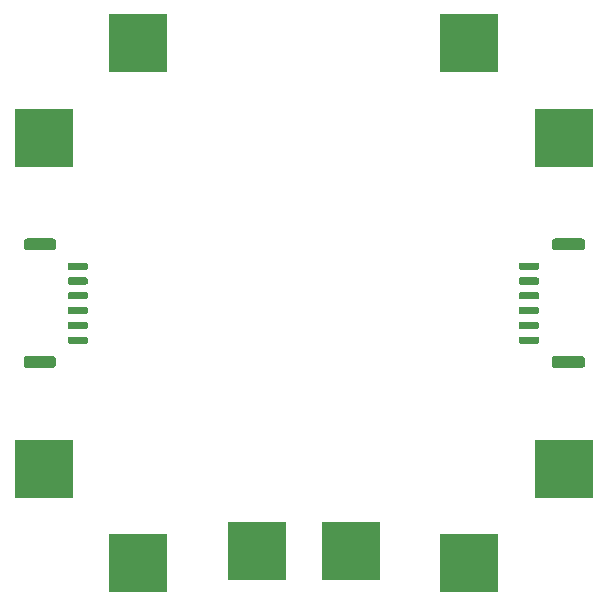
<source format=gbr>
G04 #@! TF.GenerationSoftware,KiCad,Pcbnew,(5.1.4-0-10_14)*
G04 #@! TF.CreationDate,2021-01-04T23:19:36-07:00*
G04 #@! TF.ProjectId,Power,506f7765-722e-46b6-9963-61645f706362,rev?*
G04 #@! TF.SameCoordinates,Original*
G04 #@! TF.FileFunction,Paste,Top*
G04 #@! TF.FilePolarity,Positive*
%FSLAX46Y46*%
G04 Gerber Fmt 4.6, Leading zero omitted, Abs format (unit mm)*
G04 Created by KiCad (PCBNEW (5.1.4-0-10_14)) date 2021-01-04 23:19:36*
%MOMM*%
%LPD*%
G04 APERTURE LIST*
%ADD10R,5.000000X5.000000*%
%ADD11C,0.100000*%
%ADD12C,1.000000*%
%ADD13C,0.600000*%
G04 APERTURE END LIST*
D10*
X153000000Y-61000000D03*
X161000000Y-53000000D03*
X161000000Y-97000000D03*
X153000000Y-89000000D03*
X197000000Y-89000000D03*
X189000000Y-97000000D03*
X189000000Y-53000000D03*
X197000000Y-61000000D03*
D11*
G36*
X153774504Y-79476204D02*
G01*
X153798773Y-79479804D01*
X153822571Y-79485765D01*
X153845671Y-79494030D01*
X153867849Y-79504520D01*
X153888893Y-79517133D01*
X153908598Y-79531747D01*
X153926777Y-79548223D01*
X153943253Y-79566402D01*
X153957867Y-79586107D01*
X153970480Y-79607151D01*
X153980970Y-79629329D01*
X153989235Y-79652429D01*
X153995196Y-79676227D01*
X153998796Y-79700496D01*
X154000000Y-79725000D01*
X154000000Y-80225000D01*
X153998796Y-80249504D01*
X153995196Y-80273773D01*
X153989235Y-80297571D01*
X153980970Y-80320671D01*
X153970480Y-80342849D01*
X153957867Y-80363893D01*
X153943253Y-80383598D01*
X153926777Y-80401777D01*
X153908598Y-80418253D01*
X153888893Y-80432867D01*
X153867849Y-80445480D01*
X153845671Y-80455970D01*
X153822571Y-80464235D01*
X153798773Y-80470196D01*
X153774504Y-80473796D01*
X153750000Y-80475000D01*
X151550000Y-80475000D01*
X151525496Y-80473796D01*
X151501227Y-80470196D01*
X151477429Y-80464235D01*
X151454329Y-80455970D01*
X151432151Y-80445480D01*
X151411107Y-80432867D01*
X151391402Y-80418253D01*
X151373223Y-80401777D01*
X151356747Y-80383598D01*
X151342133Y-80363893D01*
X151329520Y-80342849D01*
X151319030Y-80320671D01*
X151310765Y-80297571D01*
X151304804Y-80273773D01*
X151301204Y-80249504D01*
X151300000Y-80225000D01*
X151300000Y-79725000D01*
X151301204Y-79700496D01*
X151304804Y-79676227D01*
X151310765Y-79652429D01*
X151319030Y-79629329D01*
X151329520Y-79607151D01*
X151342133Y-79586107D01*
X151356747Y-79566402D01*
X151373223Y-79548223D01*
X151391402Y-79531747D01*
X151411107Y-79517133D01*
X151432151Y-79504520D01*
X151454329Y-79494030D01*
X151477429Y-79485765D01*
X151501227Y-79479804D01*
X151525496Y-79476204D01*
X151550000Y-79475000D01*
X153750000Y-79475000D01*
X153774504Y-79476204D01*
X153774504Y-79476204D01*
G37*
D12*
X152650000Y-79975000D03*
D11*
G36*
X153774504Y-69526204D02*
G01*
X153798773Y-69529804D01*
X153822571Y-69535765D01*
X153845671Y-69544030D01*
X153867849Y-69554520D01*
X153888893Y-69567133D01*
X153908598Y-69581747D01*
X153926777Y-69598223D01*
X153943253Y-69616402D01*
X153957867Y-69636107D01*
X153970480Y-69657151D01*
X153980970Y-69679329D01*
X153989235Y-69702429D01*
X153995196Y-69726227D01*
X153998796Y-69750496D01*
X154000000Y-69775000D01*
X154000000Y-70275000D01*
X153998796Y-70299504D01*
X153995196Y-70323773D01*
X153989235Y-70347571D01*
X153980970Y-70370671D01*
X153970480Y-70392849D01*
X153957867Y-70413893D01*
X153943253Y-70433598D01*
X153926777Y-70451777D01*
X153908598Y-70468253D01*
X153888893Y-70482867D01*
X153867849Y-70495480D01*
X153845671Y-70505970D01*
X153822571Y-70514235D01*
X153798773Y-70520196D01*
X153774504Y-70523796D01*
X153750000Y-70525000D01*
X151550000Y-70525000D01*
X151525496Y-70523796D01*
X151501227Y-70520196D01*
X151477429Y-70514235D01*
X151454329Y-70505970D01*
X151432151Y-70495480D01*
X151411107Y-70482867D01*
X151391402Y-70468253D01*
X151373223Y-70451777D01*
X151356747Y-70433598D01*
X151342133Y-70413893D01*
X151329520Y-70392849D01*
X151319030Y-70370671D01*
X151310765Y-70347571D01*
X151304804Y-70323773D01*
X151301204Y-70299504D01*
X151300000Y-70275000D01*
X151300000Y-69775000D01*
X151301204Y-69750496D01*
X151304804Y-69726227D01*
X151310765Y-69702429D01*
X151319030Y-69679329D01*
X151329520Y-69657151D01*
X151342133Y-69636107D01*
X151356747Y-69616402D01*
X151373223Y-69598223D01*
X151391402Y-69581747D01*
X151411107Y-69567133D01*
X151432151Y-69554520D01*
X151454329Y-69544030D01*
X151477429Y-69535765D01*
X151501227Y-69529804D01*
X151525496Y-69526204D01*
X151550000Y-69525000D01*
X153750000Y-69525000D01*
X153774504Y-69526204D01*
X153774504Y-69526204D01*
G37*
D12*
X152650000Y-70025000D03*
D11*
G36*
X156564703Y-77825722D02*
G01*
X156579264Y-77827882D01*
X156593543Y-77831459D01*
X156607403Y-77836418D01*
X156620710Y-77842712D01*
X156633336Y-77850280D01*
X156645159Y-77859048D01*
X156656066Y-77868934D01*
X156665952Y-77879841D01*
X156674720Y-77891664D01*
X156682288Y-77904290D01*
X156688582Y-77917597D01*
X156693541Y-77931457D01*
X156697118Y-77945736D01*
X156699278Y-77960297D01*
X156700000Y-77975000D01*
X156700000Y-78275000D01*
X156699278Y-78289703D01*
X156697118Y-78304264D01*
X156693541Y-78318543D01*
X156688582Y-78332403D01*
X156682288Y-78345710D01*
X156674720Y-78358336D01*
X156665952Y-78370159D01*
X156656066Y-78381066D01*
X156645159Y-78390952D01*
X156633336Y-78399720D01*
X156620710Y-78407288D01*
X156607403Y-78413582D01*
X156593543Y-78418541D01*
X156579264Y-78422118D01*
X156564703Y-78424278D01*
X156550000Y-78425000D01*
X155150000Y-78425000D01*
X155135297Y-78424278D01*
X155120736Y-78422118D01*
X155106457Y-78418541D01*
X155092597Y-78413582D01*
X155079290Y-78407288D01*
X155066664Y-78399720D01*
X155054841Y-78390952D01*
X155043934Y-78381066D01*
X155034048Y-78370159D01*
X155025280Y-78358336D01*
X155017712Y-78345710D01*
X155011418Y-78332403D01*
X155006459Y-78318543D01*
X155002882Y-78304264D01*
X155000722Y-78289703D01*
X155000000Y-78275000D01*
X155000000Y-77975000D01*
X155000722Y-77960297D01*
X155002882Y-77945736D01*
X155006459Y-77931457D01*
X155011418Y-77917597D01*
X155017712Y-77904290D01*
X155025280Y-77891664D01*
X155034048Y-77879841D01*
X155043934Y-77868934D01*
X155054841Y-77859048D01*
X155066664Y-77850280D01*
X155079290Y-77842712D01*
X155092597Y-77836418D01*
X155106457Y-77831459D01*
X155120736Y-77827882D01*
X155135297Y-77825722D01*
X155150000Y-77825000D01*
X156550000Y-77825000D01*
X156564703Y-77825722D01*
X156564703Y-77825722D01*
G37*
D13*
X155850000Y-78125000D03*
D11*
G36*
X156564703Y-76575722D02*
G01*
X156579264Y-76577882D01*
X156593543Y-76581459D01*
X156607403Y-76586418D01*
X156620710Y-76592712D01*
X156633336Y-76600280D01*
X156645159Y-76609048D01*
X156656066Y-76618934D01*
X156665952Y-76629841D01*
X156674720Y-76641664D01*
X156682288Y-76654290D01*
X156688582Y-76667597D01*
X156693541Y-76681457D01*
X156697118Y-76695736D01*
X156699278Y-76710297D01*
X156700000Y-76725000D01*
X156700000Y-77025000D01*
X156699278Y-77039703D01*
X156697118Y-77054264D01*
X156693541Y-77068543D01*
X156688582Y-77082403D01*
X156682288Y-77095710D01*
X156674720Y-77108336D01*
X156665952Y-77120159D01*
X156656066Y-77131066D01*
X156645159Y-77140952D01*
X156633336Y-77149720D01*
X156620710Y-77157288D01*
X156607403Y-77163582D01*
X156593543Y-77168541D01*
X156579264Y-77172118D01*
X156564703Y-77174278D01*
X156550000Y-77175000D01*
X155150000Y-77175000D01*
X155135297Y-77174278D01*
X155120736Y-77172118D01*
X155106457Y-77168541D01*
X155092597Y-77163582D01*
X155079290Y-77157288D01*
X155066664Y-77149720D01*
X155054841Y-77140952D01*
X155043934Y-77131066D01*
X155034048Y-77120159D01*
X155025280Y-77108336D01*
X155017712Y-77095710D01*
X155011418Y-77082403D01*
X155006459Y-77068543D01*
X155002882Y-77054264D01*
X155000722Y-77039703D01*
X155000000Y-77025000D01*
X155000000Y-76725000D01*
X155000722Y-76710297D01*
X155002882Y-76695736D01*
X155006459Y-76681457D01*
X155011418Y-76667597D01*
X155017712Y-76654290D01*
X155025280Y-76641664D01*
X155034048Y-76629841D01*
X155043934Y-76618934D01*
X155054841Y-76609048D01*
X155066664Y-76600280D01*
X155079290Y-76592712D01*
X155092597Y-76586418D01*
X155106457Y-76581459D01*
X155120736Y-76577882D01*
X155135297Y-76575722D01*
X155150000Y-76575000D01*
X156550000Y-76575000D01*
X156564703Y-76575722D01*
X156564703Y-76575722D01*
G37*
D13*
X155850000Y-76875000D03*
D11*
G36*
X156564703Y-75325722D02*
G01*
X156579264Y-75327882D01*
X156593543Y-75331459D01*
X156607403Y-75336418D01*
X156620710Y-75342712D01*
X156633336Y-75350280D01*
X156645159Y-75359048D01*
X156656066Y-75368934D01*
X156665952Y-75379841D01*
X156674720Y-75391664D01*
X156682288Y-75404290D01*
X156688582Y-75417597D01*
X156693541Y-75431457D01*
X156697118Y-75445736D01*
X156699278Y-75460297D01*
X156700000Y-75475000D01*
X156700000Y-75775000D01*
X156699278Y-75789703D01*
X156697118Y-75804264D01*
X156693541Y-75818543D01*
X156688582Y-75832403D01*
X156682288Y-75845710D01*
X156674720Y-75858336D01*
X156665952Y-75870159D01*
X156656066Y-75881066D01*
X156645159Y-75890952D01*
X156633336Y-75899720D01*
X156620710Y-75907288D01*
X156607403Y-75913582D01*
X156593543Y-75918541D01*
X156579264Y-75922118D01*
X156564703Y-75924278D01*
X156550000Y-75925000D01*
X155150000Y-75925000D01*
X155135297Y-75924278D01*
X155120736Y-75922118D01*
X155106457Y-75918541D01*
X155092597Y-75913582D01*
X155079290Y-75907288D01*
X155066664Y-75899720D01*
X155054841Y-75890952D01*
X155043934Y-75881066D01*
X155034048Y-75870159D01*
X155025280Y-75858336D01*
X155017712Y-75845710D01*
X155011418Y-75832403D01*
X155006459Y-75818543D01*
X155002882Y-75804264D01*
X155000722Y-75789703D01*
X155000000Y-75775000D01*
X155000000Y-75475000D01*
X155000722Y-75460297D01*
X155002882Y-75445736D01*
X155006459Y-75431457D01*
X155011418Y-75417597D01*
X155017712Y-75404290D01*
X155025280Y-75391664D01*
X155034048Y-75379841D01*
X155043934Y-75368934D01*
X155054841Y-75359048D01*
X155066664Y-75350280D01*
X155079290Y-75342712D01*
X155092597Y-75336418D01*
X155106457Y-75331459D01*
X155120736Y-75327882D01*
X155135297Y-75325722D01*
X155150000Y-75325000D01*
X156550000Y-75325000D01*
X156564703Y-75325722D01*
X156564703Y-75325722D01*
G37*
D13*
X155850000Y-75625000D03*
D11*
G36*
X156564703Y-74075722D02*
G01*
X156579264Y-74077882D01*
X156593543Y-74081459D01*
X156607403Y-74086418D01*
X156620710Y-74092712D01*
X156633336Y-74100280D01*
X156645159Y-74109048D01*
X156656066Y-74118934D01*
X156665952Y-74129841D01*
X156674720Y-74141664D01*
X156682288Y-74154290D01*
X156688582Y-74167597D01*
X156693541Y-74181457D01*
X156697118Y-74195736D01*
X156699278Y-74210297D01*
X156700000Y-74225000D01*
X156700000Y-74525000D01*
X156699278Y-74539703D01*
X156697118Y-74554264D01*
X156693541Y-74568543D01*
X156688582Y-74582403D01*
X156682288Y-74595710D01*
X156674720Y-74608336D01*
X156665952Y-74620159D01*
X156656066Y-74631066D01*
X156645159Y-74640952D01*
X156633336Y-74649720D01*
X156620710Y-74657288D01*
X156607403Y-74663582D01*
X156593543Y-74668541D01*
X156579264Y-74672118D01*
X156564703Y-74674278D01*
X156550000Y-74675000D01*
X155150000Y-74675000D01*
X155135297Y-74674278D01*
X155120736Y-74672118D01*
X155106457Y-74668541D01*
X155092597Y-74663582D01*
X155079290Y-74657288D01*
X155066664Y-74649720D01*
X155054841Y-74640952D01*
X155043934Y-74631066D01*
X155034048Y-74620159D01*
X155025280Y-74608336D01*
X155017712Y-74595710D01*
X155011418Y-74582403D01*
X155006459Y-74568543D01*
X155002882Y-74554264D01*
X155000722Y-74539703D01*
X155000000Y-74525000D01*
X155000000Y-74225000D01*
X155000722Y-74210297D01*
X155002882Y-74195736D01*
X155006459Y-74181457D01*
X155011418Y-74167597D01*
X155017712Y-74154290D01*
X155025280Y-74141664D01*
X155034048Y-74129841D01*
X155043934Y-74118934D01*
X155054841Y-74109048D01*
X155066664Y-74100280D01*
X155079290Y-74092712D01*
X155092597Y-74086418D01*
X155106457Y-74081459D01*
X155120736Y-74077882D01*
X155135297Y-74075722D01*
X155150000Y-74075000D01*
X156550000Y-74075000D01*
X156564703Y-74075722D01*
X156564703Y-74075722D01*
G37*
D13*
X155850000Y-74375000D03*
D11*
G36*
X156564703Y-72825722D02*
G01*
X156579264Y-72827882D01*
X156593543Y-72831459D01*
X156607403Y-72836418D01*
X156620710Y-72842712D01*
X156633336Y-72850280D01*
X156645159Y-72859048D01*
X156656066Y-72868934D01*
X156665952Y-72879841D01*
X156674720Y-72891664D01*
X156682288Y-72904290D01*
X156688582Y-72917597D01*
X156693541Y-72931457D01*
X156697118Y-72945736D01*
X156699278Y-72960297D01*
X156700000Y-72975000D01*
X156700000Y-73275000D01*
X156699278Y-73289703D01*
X156697118Y-73304264D01*
X156693541Y-73318543D01*
X156688582Y-73332403D01*
X156682288Y-73345710D01*
X156674720Y-73358336D01*
X156665952Y-73370159D01*
X156656066Y-73381066D01*
X156645159Y-73390952D01*
X156633336Y-73399720D01*
X156620710Y-73407288D01*
X156607403Y-73413582D01*
X156593543Y-73418541D01*
X156579264Y-73422118D01*
X156564703Y-73424278D01*
X156550000Y-73425000D01*
X155150000Y-73425000D01*
X155135297Y-73424278D01*
X155120736Y-73422118D01*
X155106457Y-73418541D01*
X155092597Y-73413582D01*
X155079290Y-73407288D01*
X155066664Y-73399720D01*
X155054841Y-73390952D01*
X155043934Y-73381066D01*
X155034048Y-73370159D01*
X155025280Y-73358336D01*
X155017712Y-73345710D01*
X155011418Y-73332403D01*
X155006459Y-73318543D01*
X155002882Y-73304264D01*
X155000722Y-73289703D01*
X155000000Y-73275000D01*
X155000000Y-72975000D01*
X155000722Y-72960297D01*
X155002882Y-72945736D01*
X155006459Y-72931457D01*
X155011418Y-72917597D01*
X155017712Y-72904290D01*
X155025280Y-72891664D01*
X155034048Y-72879841D01*
X155043934Y-72868934D01*
X155054841Y-72859048D01*
X155066664Y-72850280D01*
X155079290Y-72842712D01*
X155092597Y-72836418D01*
X155106457Y-72831459D01*
X155120736Y-72827882D01*
X155135297Y-72825722D01*
X155150000Y-72825000D01*
X156550000Y-72825000D01*
X156564703Y-72825722D01*
X156564703Y-72825722D01*
G37*
D13*
X155850000Y-73125000D03*
D11*
G36*
X156564703Y-71575722D02*
G01*
X156579264Y-71577882D01*
X156593543Y-71581459D01*
X156607403Y-71586418D01*
X156620710Y-71592712D01*
X156633336Y-71600280D01*
X156645159Y-71609048D01*
X156656066Y-71618934D01*
X156665952Y-71629841D01*
X156674720Y-71641664D01*
X156682288Y-71654290D01*
X156688582Y-71667597D01*
X156693541Y-71681457D01*
X156697118Y-71695736D01*
X156699278Y-71710297D01*
X156700000Y-71725000D01*
X156700000Y-72025000D01*
X156699278Y-72039703D01*
X156697118Y-72054264D01*
X156693541Y-72068543D01*
X156688582Y-72082403D01*
X156682288Y-72095710D01*
X156674720Y-72108336D01*
X156665952Y-72120159D01*
X156656066Y-72131066D01*
X156645159Y-72140952D01*
X156633336Y-72149720D01*
X156620710Y-72157288D01*
X156607403Y-72163582D01*
X156593543Y-72168541D01*
X156579264Y-72172118D01*
X156564703Y-72174278D01*
X156550000Y-72175000D01*
X155150000Y-72175000D01*
X155135297Y-72174278D01*
X155120736Y-72172118D01*
X155106457Y-72168541D01*
X155092597Y-72163582D01*
X155079290Y-72157288D01*
X155066664Y-72149720D01*
X155054841Y-72140952D01*
X155043934Y-72131066D01*
X155034048Y-72120159D01*
X155025280Y-72108336D01*
X155017712Y-72095710D01*
X155011418Y-72082403D01*
X155006459Y-72068543D01*
X155002882Y-72054264D01*
X155000722Y-72039703D01*
X155000000Y-72025000D01*
X155000000Y-71725000D01*
X155000722Y-71710297D01*
X155002882Y-71695736D01*
X155006459Y-71681457D01*
X155011418Y-71667597D01*
X155017712Y-71654290D01*
X155025280Y-71641664D01*
X155034048Y-71629841D01*
X155043934Y-71618934D01*
X155054841Y-71609048D01*
X155066664Y-71600280D01*
X155079290Y-71592712D01*
X155092597Y-71586418D01*
X155106457Y-71581459D01*
X155120736Y-71577882D01*
X155135297Y-71575722D01*
X155150000Y-71575000D01*
X156550000Y-71575000D01*
X156564703Y-71575722D01*
X156564703Y-71575722D01*
G37*
D13*
X155850000Y-71875000D03*
D10*
X179000000Y-96000000D03*
X171000000Y-96000000D03*
D11*
G36*
X198574504Y-79476204D02*
G01*
X198598773Y-79479804D01*
X198622571Y-79485765D01*
X198645671Y-79494030D01*
X198667849Y-79504520D01*
X198688893Y-79517133D01*
X198708598Y-79531747D01*
X198726777Y-79548223D01*
X198743253Y-79566402D01*
X198757867Y-79586107D01*
X198770480Y-79607151D01*
X198780970Y-79629329D01*
X198789235Y-79652429D01*
X198795196Y-79676227D01*
X198798796Y-79700496D01*
X198800000Y-79725000D01*
X198800000Y-80225000D01*
X198798796Y-80249504D01*
X198795196Y-80273773D01*
X198789235Y-80297571D01*
X198780970Y-80320671D01*
X198770480Y-80342849D01*
X198757867Y-80363893D01*
X198743253Y-80383598D01*
X198726777Y-80401777D01*
X198708598Y-80418253D01*
X198688893Y-80432867D01*
X198667849Y-80445480D01*
X198645671Y-80455970D01*
X198622571Y-80464235D01*
X198598773Y-80470196D01*
X198574504Y-80473796D01*
X198550000Y-80475000D01*
X196250000Y-80475000D01*
X196225496Y-80473796D01*
X196201227Y-80470196D01*
X196177429Y-80464235D01*
X196154329Y-80455970D01*
X196132151Y-80445480D01*
X196111107Y-80432867D01*
X196091402Y-80418253D01*
X196073223Y-80401777D01*
X196056747Y-80383598D01*
X196042133Y-80363893D01*
X196029520Y-80342849D01*
X196019030Y-80320671D01*
X196010765Y-80297571D01*
X196004804Y-80273773D01*
X196001204Y-80249504D01*
X196000000Y-80225000D01*
X196000000Y-79725000D01*
X196001204Y-79700496D01*
X196004804Y-79676227D01*
X196010765Y-79652429D01*
X196019030Y-79629329D01*
X196029520Y-79607151D01*
X196042133Y-79586107D01*
X196056747Y-79566402D01*
X196073223Y-79548223D01*
X196091402Y-79531747D01*
X196111107Y-79517133D01*
X196132151Y-79504520D01*
X196154329Y-79494030D01*
X196177429Y-79485765D01*
X196201227Y-79479804D01*
X196225496Y-79476204D01*
X196250000Y-79475000D01*
X198550000Y-79475000D01*
X198574504Y-79476204D01*
X198574504Y-79476204D01*
G37*
D12*
X197400000Y-79975000D03*
D11*
G36*
X198574504Y-69526204D02*
G01*
X198598773Y-69529804D01*
X198622571Y-69535765D01*
X198645671Y-69544030D01*
X198667849Y-69554520D01*
X198688893Y-69567133D01*
X198708598Y-69581747D01*
X198726777Y-69598223D01*
X198743253Y-69616402D01*
X198757867Y-69636107D01*
X198770480Y-69657151D01*
X198780970Y-69679329D01*
X198789235Y-69702429D01*
X198795196Y-69726227D01*
X198798796Y-69750496D01*
X198800000Y-69775000D01*
X198800000Y-70275000D01*
X198798796Y-70299504D01*
X198795196Y-70323773D01*
X198789235Y-70347571D01*
X198780970Y-70370671D01*
X198770480Y-70392849D01*
X198757867Y-70413893D01*
X198743253Y-70433598D01*
X198726777Y-70451777D01*
X198708598Y-70468253D01*
X198688893Y-70482867D01*
X198667849Y-70495480D01*
X198645671Y-70505970D01*
X198622571Y-70514235D01*
X198598773Y-70520196D01*
X198574504Y-70523796D01*
X198550000Y-70525000D01*
X196250000Y-70525000D01*
X196225496Y-70523796D01*
X196201227Y-70520196D01*
X196177429Y-70514235D01*
X196154329Y-70505970D01*
X196132151Y-70495480D01*
X196111107Y-70482867D01*
X196091402Y-70468253D01*
X196073223Y-70451777D01*
X196056747Y-70433598D01*
X196042133Y-70413893D01*
X196029520Y-70392849D01*
X196019030Y-70370671D01*
X196010765Y-70347571D01*
X196004804Y-70323773D01*
X196001204Y-70299504D01*
X196000000Y-70275000D01*
X196000000Y-69775000D01*
X196001204Y-69750496D01*
X196004804Y-69726227D01*
X196010765Y-69702429D01*
X196019030Y-69679329D01*
X196029520Y-69657151D01*
X196042133Y-69636107D01*
X196056747Y-69616402D01*
X196073223Y-69598223D01*
X196091402Y-69581747D01*
X196111107Y-69567133D01*
X196132151Y-69554520D01*
X196154329Y-69544030D01*
X196177429Y-69535765D01*
X196201227Y-69529804D01*
X196225496Y-69526204D01*
X196250000Y-69525000D01*
X198550000Y-69525000D01*
X198574504Y-69526204D01*
X198574504Y-69526204D01*
G37*
D12*
X197400000Y-70025000D03*
D11*
G36*
X194764703Y-77825722D02*
G01*
X194779264Y-77827882D01*
X194793543Y-77831459D01*
X194807403Y-77836418D01*
X194820710Y-77842712D01*
X194833336Y-77850280D01*
X194845159Y-77859048D01*
X194856066Y-77868934D01*
X194865952Y-77879841D01*
X194874720Y-77891664D01*
X194882288Y-77904290D01*
X194888582Y-77917597D01*
X194893541Y-77931457D01*
X194897118Y-77945736D01*
X194899278Y-77960297D01*
X194900000Y-77975000D01*
X194900000Y-78275000D01*
X194899278Y-78289703D01*
X194897118Y-78304264D01*
X194893541Y-78318543D01*
X194888582Y-78332403D01*
X194882288Y-78345710D01*
X194874720Y-78358336D01*
X194865952Y-78370159D01*
X194856066Y-78381066D01*
X194845159Y-78390952D01*
X194833336Y-78399720D01*
X194820710Y-78407288D01*
X194807403Y-78413582D01*
X194793543Y-78418541D01*
X194779264Y-78422118D01*
X194764703Y-78424278D01*
X194750000Y-78425000D01*
X193350000Y-78425000D01*
X193335297Y-78424278D01*
X193320736Y-78422118D01*
X193306457Y-78418541D01*
X193292597Y-78413582D01*
X193279290Y-78407288D01*
X193266664Y-78399720D01*
X193254841Y-78390952D01*
X193243934Y-78381066D01*
X193234048Y-78370159D01*
X193225280Y-78358336D01*
X193217712Y-78345710D01*
X193211418Y-78332403D01*
X193206459Y-78318543D01*
X193202882Y-78304264D01*
X193200722Y-78289703D01*
X193200000Y-78275000D01*
X193200000Y-77975000D01*
X193200722Y-77960297D01*
X193202882Y-77945736D01*
X193206459Y-77931457D01*
X193211418Y-77917597D01*
X193217712Y-77904290D01*
X193225280Y-77891664D01*
X193234048Y-77879841D01*
X193243934Y-77868934D01*
X193254841Y-77859048D01*
X193266664Y-77850280D01*
X193279290Y-77842712D01*
X193292597Y-77836418D01*
X193306457Y-77831459D01*
X193320736Y-77827882D01*
X193335297Y-77825722D01*
X193350000Y-77825000D01*
X194750000Y-77825000D01*
X194764703Y-77825722D01*
X194764703Y-77825722D01*
G37*
D13*
X194050000Y-78125000D03*
D11*
G36*
X194764703Y-76575722D02*
G01*
X194779264Y-76577882D01*
X194793543Y-76581459D01*
X194807403Y-76586418D01*
X194820710Y-76592712D01*
X194833336Y-76600280D01*
X194845159Y-76609048D01*
X194856066Y-76618934D01*
X194865952Y-76629841D01*
X194874720Y-76641664D01*
X194882288Y-76654290D01*
X194888582Y-76667597D01*
X194893541Y-76681457D01*
X194897118Y-76695736D01*
X194899278Y-76710297D01*
X194900000Y-76725000D01*
X194900000Y-77025000D01*
X194899278Y-77039703D01*
X194897118Y-77054264D01*
X194893541Y-77068543D01*
X194888582Y-77082403D01*
X194882288Y-77095710D01*
X194874720Y-77108336D01*
X194865952Y-77120159D01*
X194856066Y-77131066D01*
X194845159Y-77140952D01*
X194833336Y-77149720D01*
X194820710Y-77157288D01*
X194807403Y-77163582D01*
X194793543Y-77168541D01*
X194779264Y-77172118D01*
X194764703Y-77174278D01*
X194750000Y-77175000D01*
X193350000Y-77175000D01*
X193335297Y-77174278D01*
X193320736Y-77172118D01*
X193306457Y-77168541D01*
X193292597Y-77163582D01*
X193279290Y-77157288D01*
X193266664Y-77149720D01*
X193254841Y-77140952D01*
X193243934Y-77131066D01*
X193234048Y-77120159D01*
X193225280Y-77108336D01*
X193217712Y-77095710D01*
X193211418Y-77082403D01*
X193206459Y-77068543D01*
X193202882Y-77054264D01*
X193200722Y-77039703D01*
X193200000Y-77025000D01*
X193200000Y-76725000D01*
X193200722Y-76710297D01*
X193202882Y-76695736D01*
X193206459Y-76681457D01*
X193211418Y-76667597D01*
X193217712Y-76654290D01*
X193225280Y-76641664D01*
X193234048Y-76629841D01*
X193243934Y-76618934D01*
X193254841Y-76609048D01*
X193266664Y-76600280D01*
X193279290Y-76592712D01*
X193292597Y-76586418D01*
X193306457Y-76581459D01*
X193320736Y-76577882D01*
X193335297Y-76575722D01*
X193350000Y-76575000D01*
X194750000Y-76575000D01*
X194764703Y-76575722D01*
X194764703Y-76575722D01*
G37*
D13*
X194050000Y-76875000D03*
D11*
G36*
X194764703Y-75325722D02*
G01*
X194779264Y-75327882D01*
X194793543Y-75331459D01*
X194807403Y-75336418D01*
X194820710Y-75342712D01*
X194833336Y-75350280D01*
X194845159Y-75359048D01*
X194856066Y-75368934D01*
X194865952Y-75379841D01*
X194874720Y-75391664D01*
X194882288Y-75404290D01*
X194888582Y-75417597D01*
X194893541Y-75431457D01*
X194897118Y-75445736D01*
X194899278Y-75460297D01*
X194900000Y-75475000D01*
X194900000Y-75775000D01*
X194899278Y-75789703D01*
X194897118Y-75804264D01*
X194893541Y-75818543D01*
X194888582Y-75832403D01*
X194882288Y-75845710D01*
X194874720Y-75858336D01*
X194865952Y-75870159D01*
X194856066Y-75881066D01*
X194845159Y-75890952D01*
X194833336Y-75899720D01*
X194820710Y-75907288D01*
X194807403Y-75913582D01*
X194793543Y-75918541D01*
X194779264Y-75922118D01*
X194764703Y-75924278D01*
X194750000Y-75925000D01*
X193350000Y-75925000D01*
X193335297Y-75924278D01*
X193320736Y-75922118D01*
X193306457Y-75918541D01*
X193292597Y-75913582D01*
X193279290Y-75907288D01*
X193266664Y-75899720D01*
X193254841Y-75890952D01*
X193243934Y-75881066D01*
X193234048Y-75870159D01*
X193225280Y-75858336D01*
X193217712Y-75845710D01*
X193211418Y-75832403D01*
X193206459Y-75818543D01*
X193202882Y-75804264D01*
X193200722Y-75789703D01*
X193200000Y-75775000D01*
X193200000Y-75475000D01*
X193200722Y-75460297D01*
X193202882Y-75445736D01*
X193206459Y-75431457D01*
X193211418Y-75417597D01*
X193217712Y-75404290D01*
X193225280Y-75391664D01*
X193234048Y-75379841D01*
X193243934Y-75368934D01*
X193254841Y-75359048D01*
X193266664Y-75350280D01*
X193279290Y-75342712D01*
X193292597Y-75336418D01*
X193306457Y-75331459D01*
X193320736Y-75327882D01*
X193335297Y-75325722D01*
X193350000Y-75325000D01*
X194750000Y-75325000D01*
X194764703Y-75325722D01*
X194764703Y-75325722D01*
G37*
D13*
X194050000Y-75625000D03*
D11*
G36*
X194764703Y-74075722D02*
G01*
X194779264Y-74077882D01*
X194793543Y-74081459D01*
X194807403Y-74086418D01*
X194820710Y-74092712D01*
X194833336Y-74100280D01*
X194845159Y-74109048D01*
X194856066Y-74118934D01*
X194865952Y-74129841D01*
X194874720Y-74141664D01*
X194882288Y-74154290D01*
X194888582Y-74167597D01*
X194893541Y-74181457D01*
X194897118Y-74195736D01*
X194899278Y-74210297D01*
X194900000Y-74225000D01*
X194900000Y-74525000D01*
X194899278Y-74539703D01*
X194897118Y-74554264D01*
X194893541Y-74568543D01*
X194888582Y-74582403D01*
X194882288Y-74595710D01*
X194874720Y-74608336D01*
X194865952Y-74620159D01*
X194856066Y-74631066D01*
X194845159Y-74640952D01*
X194833336Y-74649720D01*
X194820710Y-74657288D01*
X194807403Y-74663582D01*
X194793543Y-74668541D01*
X194779264Y-74672118D01*
X194764703Y-74674278D01*
X194750000Y-74675000D01*
X193350000Y-74675000D01*
X193335297Y-74674278D01*
X193320736Y-74672118D01*
X193306457Y-74668541D01*
X193292597Y-74663582D01*
X193279290Y-74657288D01*
X193266664Y-74649720D01*
X193254841Y-74640952D01*
X193243934Y-74631066D01*
X193234048Y-74620159D01*
X193225280Y-74608336D01*
X193217712Y-74595710D01*
X193211418Y-74582403D01*
X193206459Y-74568543D01*
X193202882Y-74554264D01*
X193200722Y-74539703D01*
X193200000Y-74525000D01*
X193200000Y-74225000D01*
X193200722Y-74210297D01*
X193202882Y-74195736D01*
X193206459Y-74181457D01*
X193211418Y-74167597D01*
X193217712Y-74154290D01*
X193225280Y-74141664D01*
X193234048Y-74129841D01*
X193243934Y-74118934D01*
X193254841Y-74109048D01*
X193266664Y-74100280D01*
X193279290Y-74092712D01*
X193292597Y-74086418D01*
X193306457Y-74081459D01*
X193320736Y-74077882D01*
X193335297Y-74075722D01*
X193350000Y-74075000D01*
X194750000Y-74075000D01*
X194764703Y-74075722D01*
X194764703Y-74075722D01*
G37*
D13*
X194050000Y-74375000D03*
D11*
G36*
X194764703Y-72825722D02*
G01*
X194779264Y-72827882D01*
X194793543Y-72831459D01*
X194807403Y-72836418D01*
X194820710Y-72842712D01*
X194833336Y-72850280D01*
X194845159Y-72859048D01*
X194856066Y-72868934D01*
X194865952Y-72879841D01*
X194874720Y-72891664D01*
X194882288Y-72904290D01*
X194888582Y-72917597D01*
X194893541Y-72931457D01*
X194897118Y-72945736D01*
X194899278Y-72960297D01*
X194900000Y-72975000D01*
X194900000Y-73275000D01*
X194899278Y-73289703D01*
X194897118Y-73304264D01*
X194893541Y-73318543D01*
X194888582Y-73332403D01*
X194882288Y-73345710D01*
X194874720Y-73358336D01*
X194865952Y-73370159D01*
X194856066Y-73381066D01*
X194845159Y-73390952D01*
X194833336Y-73399720D01*
X194820710Y-73407288D01*
X194807403Y-73413582D01*
X194793543Y-73418541D01*
X194779264Y-73422118D01*
X194764703Y-73424278D01*
X194750000Y-73425000D01*
X193350000Y-73425000D01*
X193335297Y-73424278D01*
X193320736Y-73422118D01*
X193306457Y-73418541D01*
X193292597Y-73413582D01*
X193279290Y-73407288D01*
X193266664Y-73399720D01*
X193254841Y-73390952D01*
X193243934Y-73381066D01*
X193234048Y-73370159D01*
X193225280Y-73358336D01*
X193217712Y-73345710D01*
X193211418Y-73332403D01*
X193206459Y-73318543D01*
X193202882Y-73304264D01*
X193200722Y-73289703D01*
X193200000Y-73275000D01*
X193200000Y-72975000D01*
X193200722Y-72960297D01*
X193202882Y-72945736D01*
X193206459Y-72931457D01*
X193211418Y-72917597D01*
X193217712Y-72904290D01*
X193225280Y-72891664D01*
X193234048Y-72879841D01*
X193243934Y-72868934D01*
X193254841Y-72859048D01*
X193266664Y-72850280D01*
X193279290Y-72842712D01*
X193292597Y-72836418D01*
X193306457Y-72831459D01*
X193320736Y-72827882D01*
X193335297Y-72825722D01*
X193350000Y-72825000D01*
X194750000Y-72825000D01*
X194764703Y-72825722D01*
X194764703Y-72825722D01*
G37*
D13*
X194050000Y-73125000D03*
D11*
G36*
X194764703Y-71575722D02*
G01*
X194779264Y-71577882D01*
X194793543Y-71581459D01*
X194807403Y-71586418D01*
X194820710Y-71592712D01*
X194833336Y-71600280D01*
X194845159Y-71609048D01*
X194856066Y-71618934D01*
X194865952Y-71629841D01*
X194874720Y-71641664D01*
X194882288Y-71654290D01*
X194888582Y-71667597D01*
X194893541Y-71681457D01*
X194897118Y-71695736D01*
X194899278Y-71710297D01*
X194900000Y-71725000D01*
X194900000Y-72025000D01*
X194899278Y-72039703D01*
X194897118Y-72054264D01*
X194893541Y-72068543D01*
X194888582Y-72082403D01*
X194882288Y-72095710D01*
X194874720Y-72108336D01*
X194865952Y-72120159D01*
X194856066Y-72131066D01*
X194845159Y-72140952D01*
X194833336Y-72149720D01*
X194820710Y-72157288D01*
X194807403Y-72163582D01*
X194793543Y-72168541D01*
X194779264Y-72172118D01*
X194764703Y-72174278D01*
X194750000Y-72175000D01*
X193350000Y-72175000D01*
X193335297Y-72174278D01*
X193320736Y-72172118D01*
X193306457Y-72168541D01*
X193292597Y-72163582D01*
X193279290Y-72157288D01*
X193266664Y-72149720D01*
X193254841Y-72140952D01*
X193243934Y-72131066D01*
X193234048Y-72120159D01*
X193225280Y-72108336D01*
X193217712Y-72095710D01*
X193211418Y-72082403D01*
X193206459Y-72068543D01*
X193202882Y-72054264D01*
X193200722Y-72039703D01*
X193200000Y-72025000D01*
X193200000Y-71725000D01*
X193200722Y-71710297D01*
X193202882Y-71695736D01*
X193206459Y-71681457D01*
X193211418Y-71667597D01*
X193217712Y-71654290D01*
X193225280Y-71641664D01*
X193234048Y-71629841D01*
X193243934Y-71618934D01*
X193254841Y-71609048D01*
X193266664Y-71600280D01*
X193279290Y-71592712D01*
X193292597Y-71586418D01*
X193306457Y-71581459D01*
X193320736Y-71577882D01*
X193335297Y-71575722D01*
X193350000Y-71575000D01*
X194750000Y-71575000D01*
X194764703Y-71575722D01*
X194764703Y-71575722D01*
G37*
D13*
X194050000Y-71875000D03*
M02*

</source>
